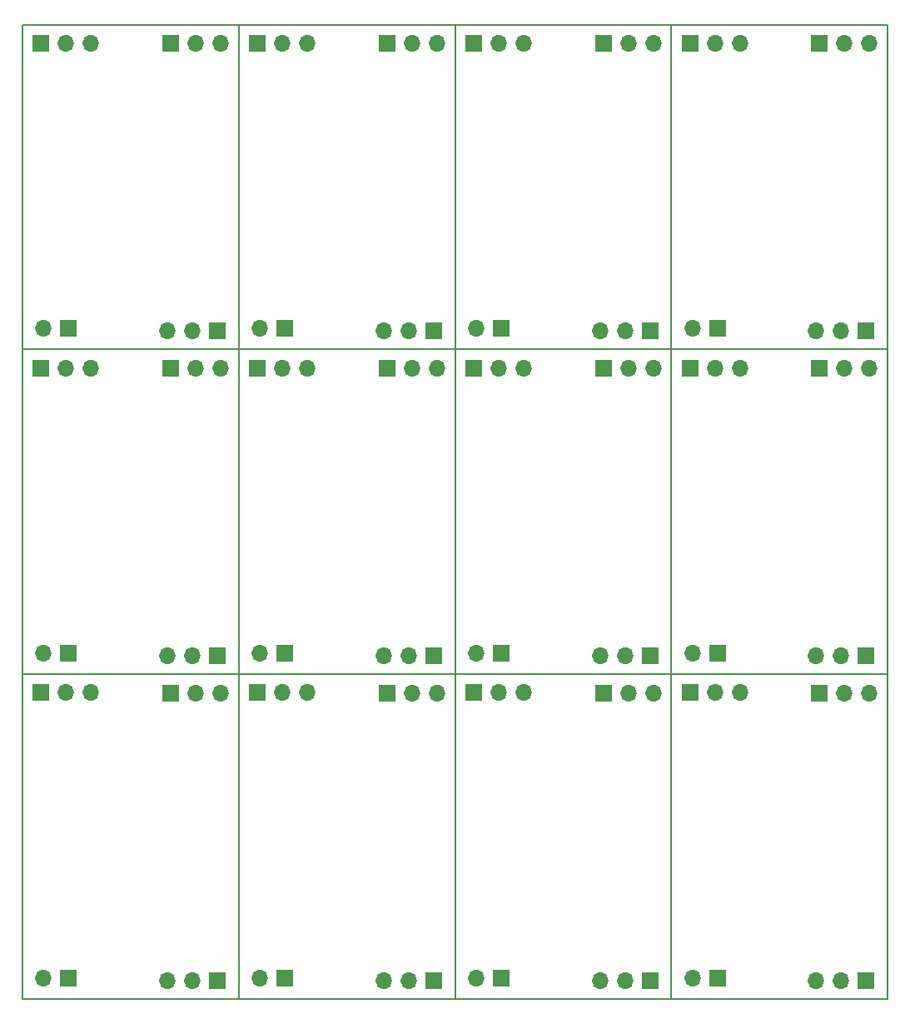
<source format=gbs>
G04 #@! TF.FileFunction,Soldermask,Bot*
%FSLAX46Y46*%
G04 Gerber Fmt 4.6, Leading zero omitted, Abs format (unit mm)*
G04 Created by KiCad (PCBNEW 4.0.2-stable) date 11/12/2017 10:54:44 AM*
%MOMM*%
G01*
G04 APERTURE LIST*
%ADD10C,0.100000*%
%ADD11C,0.150000*%
%ADD12R,1.700000X1.700000*%
%ADD13O,1.700000X1.700000*%
G04 APERTURE END LIST*
D10*
D11*
X102000000Y-111000000D02*
X102000000Y-144000000D01*
X124000000Y-111000000D02*
X124000000Y-144000000D01*
X124000000Y-144000000D02*
X124000000Y-111000000D01*
X124000000Y-144000000D02*
X102000000Y-144000000D01*
X102000000Y-144000000D02*
X80000000Y-144000000D01*
X80000000Y-144000000D02*
X80000000Y-111000000D01*
X102000000Y-144000000D02*
X102000000Y-111000000D01*
X102000000Y-111000000D02*
X124000000Y-111000000D01*
X124000000Y-111000000D02*
X102000000Y-111000000D01*
X80000000Y-111000000D02*
X102000000Y-111000000D01*
X102000000Y-111000000D02*
X80000000Y-111000000D01*
X146000000Y-144000000D02*
X146000000Y-111000000D01*
X146000000Y-144000000D02*
X124000000Y-144000000D01*
X146000000Y-111000000D02*
X146000000Y-144000000D01*
X168000000Y-144000000D02*
X146000000Y-144000000D01*
X168000000Y-111000000D02*
X168000000Y-144000000D01*
X168000000Y-111000000D02*
X146000000Y-111000000D01*
X124000000Y-111000000D02*
X146000000Y-111000000D01*
X146000000Y-111000000D02*
X168000000Y-111000000D01*
X146000000Y-111000000D02*
X124000000Y-111000000D01*
X146000000Y-78000000D02*
X146000000Y-111000000D01*
X168000000Y-111000000D02*
X146000000Y-111000000D01*
X168000000Y-78000000D02*
X168000000Y-111000000D01*
X146000000Y-78000000D02*
X168000000Y-78000000D01*
X124000000Y-111000000D02*
X102000000Y-111000000D01*
X102000000Y-111000000D02*
X80000000Y-111000000D01*
X80000000Y-111000000D02*
X80000000Y-78000000D01*
X80000000Y-78000000D02*
X102000000Y-78000000D01*
X102000000Y-78000000D02*
X102000000Y-111000000D01*
X102000000Y-78000000D02*
X124000000Y-78000000D01*
X102000000Y-111000000D02*
X102000000Y-78000000D01*
X124000000Y-78000000D02*
X146000000Y-78000000D01*
X124000000Y-111000000D02*
X124000000Y-78000000D01*
X146000000Y-111000000D02*
X146000000Y-78000000D01*
X146000000Y-111000000D02*
X124000000Y-111000000D01*
X124000000Y-78000000D02*
X124000000Y-111000000D01*
X146000000Y-78000000D02*
X146000000Y-45000000D01*
X124000000Y-78000000D02*
X124000000Y-45000000D01*
X124000000Y-45000000D02*
X146000000Y-45000000D01*
X146000000Y-45000000D02*
X146000000Y-78000000D01*
X168000000Y-78000000D02*
X146000000Y-78000000D01*
X168000000Y-45000000D02*
X168000000Y-78000000D01*
X146000000Y-45000000D02*
X168000000Y-45000000D01*
X146000000Y-78000000D02*
X124000000Y-78000000D01*
X124000000Y-78000000D02*
X102000000Y-78000000D01*
X102000000Y-78000000D02*
X102000000Y-45000000D01*
X102000000Y-45000000D02*
X124000000Y-45000000D01*
X124000000Y-45000000D02*
X124000000Y-78000000D01*
X80000000Y-78000000D02*
X80000000Y-45000000D01*
X102000000Y-78000000D02*
X80000000Y-78000000D01*
X102000000Y-45000000D02*
X102000000Y-78000000D01*
X80000000Y-45000000D02*
X102000000Y-45000000D01*
D12*
X128673600Y-141857200D03*
D13*
X126133600Y-141857200D03*
D12*
X125879600Y-112879600D03*
D13*
X128419600Y-112879600D03*
X130959600Y-112879600D03*
D12*
X139062200Y-112905000D03*
D13*
X141602200Y-112905000D03*
X144142200Y-112905000D03*
D12*
X161062200Y-112905000D03*
D13*
X163602200Y-112905000D03*
X166142200Y-112905000D03*
D12*
X165812000Y-142111200D03*
D13*
X163272000Y-142111200D03*
X160732000Y-142111200D03*
D12*
X147879600Y-112879600D03*
D13*
X150419600Y-112879600D03*
X152959600Y-112879600D03*
D12*
X143812000Y-142111200D03*
D13*
X141272000Y-142111200D03*
X138732000Y-142111200D03*
D12*
X150673600Y-141857200D03*
D13*
X148133600Y-141857200D03*
D12*
X106673600Y-141857200D03*
D13*
X104133600Y-141857200D03*
D12*
X99812000Y-142111200D03*
D13*
X97272000Y-142111200D03*
X94732000Y-142111200D03*
D12*
X84673600Y-141857200D03*
D13*
X82133600Y-141857200D03*
D12*
X117062200Y-112905000D03*
D13*
X119602200Y-112905000D03*
X122142200Y-112905000D03*
D12*
X121812000Y-142111200D03*
D13*
X119272000Y-142111200D03*
X116732000Y-142111200D03*
D12*
X103879600Y-112879600D03*
D13*
X106419600Y-112879600D03*
X108959600Y-112879600D03*
D12*
X95062200Y-112905000D03*
D13*
X97602200Y-112905000D03*
X100142200Y-112905000D03*
D12*
X81879600Y-112879600D03*
D13*
X84419600Y-112879600D03*
X86959600Y-112879600D03*
D12*
X143812000Y-109111200D03*
D13*
X141272000Y-109111200D03*
X138732000Y-109111200D03*
D12*
X139062200Y-79905000D03*
D13*
X141602200Y-79905000D03*
X144142200Y-79905000D03*
D12*
X128673600Y-108857200D03*
D13*
X126133600Y-108857200D03*
D12*
X125879600Y-79879600D03*
D13*
X128419600Y-79879600D03*
X130959600Y-79879600D03*
D12*
X117062200Y-79905000D03*
D13*
X119602200Y-79905000D03*
X122142200Y-79905000D03*
D12*
X150673600Y-108857200D03*
D13*
X148133600Y-108857200D03*
D12*
X165812000Y-109111200D03*
D13*
X163272000Y-109111200D03*
X160732000Y-109111200D03*
D12*
X147879600Y-79879600D03*
D13*
X150419600Y-79879600D03*
X152959600Y-79879600D03*
D12*
X161062200Y-79905000D03*
D13*
X163602200Y-79905000D03*
X166142200Y-79905000D03*
D12*
X95062200Y-79905000D03*
D13*
X97602200Y-79905000D03*
X100142200Y-79905000D03*
D12*
X103879600Y-79879600D03*
D13*
X106419600Y-79879600D03*
X108959600Y-79879600D03*
D12*
X106673600Y-108857200D03*
D13*
X104133600Y-108857200D03*
D12*
X99812000Y-109111200D03*
D13*
X97272000Y-109111200D03*
X94732000Y-109111200D03*
D12*
X121812000Y-109111200D03*
D13*
X119272000Y-109111200D03*
X116732000Y-109111200D03*
D12*
X81879600Y-79879600D03*
D13*
X84419600Y-79879600D03*
X86959600Y-79879600D03*
D12*
X84673600Y-108857200D03*
D13*
X82133600Y-108857200D03*
D12*
X150673600Y-75857200D03*
D13*
X148133600Y-75857200D03*
D12*
X143812000Y-76111200D03*
D13*
X141272000Y-76111200D03*
X138732000Y-76111200D03*
D12*
X165812000Y-76111200D03*
D13*
X163272000Y-76111200D03*
X160732000Y-76111200D03*
D12*
X139062200Y-46905000D03*
D13*
X141602200Y-46905000D03*
X144142200Y-46905000D03*
D12*
X161062200Y-46905000D03*
D13*
X163602200Y-46905000D03*
X166142200Y-46905000D03*
D12*
X147879600Y-46879600D03*
D13*
X150419600Y-46879600D03*
X152959600Y-46879600D03*
D12*
X128673600Y-75857200D03*
D13*
X126133600Y-75857200D03*
D12*
X125879600Y-46879600D03*
D13*
X128419600Y-46879600D03*
X130959600Y-46879600D03*
D12*
X121812000Y-76111200D03*
D13*
X119272000Y-76111200D03*
X116732000Y-76111200D03*
D12*
X106673600Y-75857200D03*
D13*
X104133600Y-75857200D03*
D12*
X117062200Y-46905000D03*
D13*
X119602200Y-46905000D03*
X122142200Y-46905000D03*
D12*
X103879600Y-46879600D03*
D13*
X106419600Y-46879600D03*
X108959600Y-46879600D03*
D12*
X84673600Y-75857200D03*
D13*
X82133600Y-75857200D03*
D12*
X81879600Y-46879600D03*
D13*
X84419600Y-46879600D03*
X86959600Y-46879600D03*
D12*
X99812000Y-76111200D03*
D13*
X97272000Y-76111200D03*
X94732000Y-76111200D03*
D12*
X95062200Y-46905000D03*
D13*
X97602200Y-46905000D03*
X100142200Y-46905000D03*
M02*

</source>
